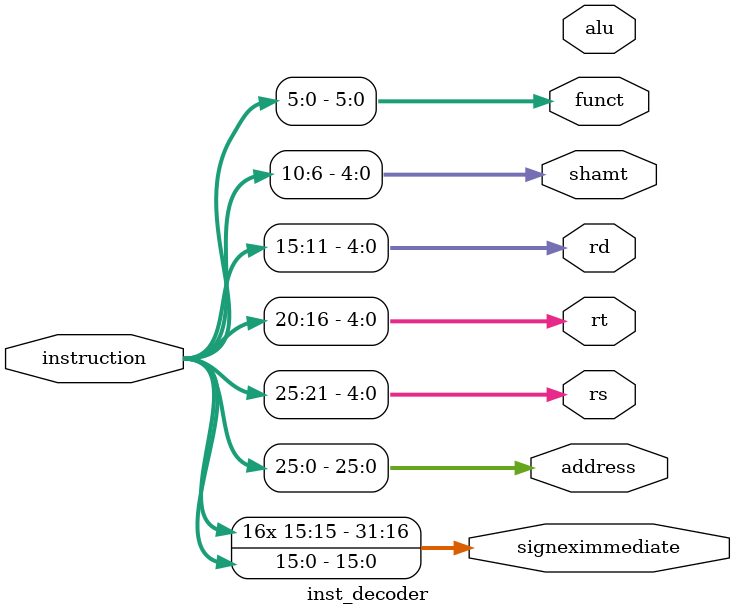
<source format=v>
module inst_decoder
(
    input    wire [31:0]      instruction,
    output   wire [31:0]      signeximmediate,
    output   wire [25:0]      address,
    output   wire [4:0]       rs,
    output   wire [4:0]       rt,
    output   wire [4:0]       rd,
    output   wire [4:0]       shamt,
    output   wire [5:0]       funct,
    output   wire [3:0]       alu
);

    assign signeximmediate = {{16{instruction[15]}} ,instruction[15:0]};
    assign address = {instruction[25:0]};
    assign rs = {instruction[25:21]};
    assign rt = {instruction[20:16]};
    assign rd = {instruction[15:11]};
    assign shamt = {instruction[10:6]};
    assign funct = {instruction[5:0]};

endmodule
</source>
